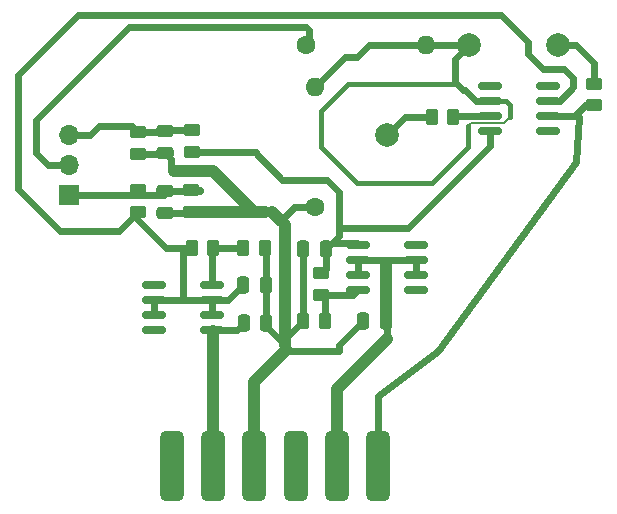
<source format=gbr>
%TF.GenerationSoftware,KiCad,Pcbnew,(6.0.10)*%
%TF.CreationDate,2023-03-17T15:41:06+01:00*%
%TF.ProjectId,616_buffer,3631365f-6275-4666-9665-722e6b696361,rev?*%
%TF.SameCoordinates,Original*%
%TF.FileFunction,Copper,L1,Top*%
%TF.FilePolarity,Positive*%
%FSLAX46Y46*%
G04 Gerber Fmt 4.6, Leading zero omitted, Abs format (unit mm)*
G04 Created by KiCad (PCBNEW (6.0.10)) date 2023-03-17 15:41:06*
%MOMM*%
%LPD*%
G01*
G04 APERTURE LIST*
G04 Aperture macros list*
%AMRoundRect*
0 Rectangle with rounded corners*
0 $1 Rounding radius*
0 $2 $3 $4 $5 $6 $7 $8 $9 X,Y pos of 4 corners*
0 Add a 4 corners polygon primitive as box body*
4,1,4,$2,$3,$4,$5,$6,$7,$8,$9,$2,$3,0*
0 Add four circle primitives for the rounded corners*
1,1,$1+$1,$2,$3*
1,1,$1+$1,$4,$5*
1,1,$1+$1,$6,$7*
1,1,$1+$1,$8,$9*
0 Add four rect primitives between the rounded corners*
20,1,$1+$1,$2,$3,$4,$5,0*
20,1,$1+$1,$4,$5,$6,$7,0*
20,1,$1+$1,$6,$7,$8,$9,0*
20,1,$1+$1,$8,$9,$2,$3,0*%
G04 Aperture macros list end*
%TA.AperFunction,SMDPad,CuDef*%
%ADD10C,2.000000*%
%TD*%
%TA.AperFunction,ComponentPad*%
%ADD11C,1.600000*%
%TD*%
%TA.AperFunction,ComponentPad*%
%ADD12O,1.600000X1.600000*%
%TD*%
%TA.AperFunction,SMDPad,CuDef*%
%ADD13RoundRect,0.250000X0.250000X0.475000X-0.250000X0.475000X-0.250000X-0.475000X0.250000X-0.475000X0*%
%TD*%
%TA.AperFunction,SMDPad,CuDef*%
%ADD14RoundRect,0.250000X-0.450000X0.262500X-0.450000X-0.262500X0.450000X-0.262500X0.450000X0.262500X0*%
%TD*%
%TA.AperFunction,SMDPad,CuDef*%
%ADD15RoundRect,0.250000X-0.475000X0.250000X-0.475000X-0.250000X0.475000X-0.250000X0.475000X0.250000X0*%
%TD*%
%TA.AperFunction,SMDPad,CuDef*%
%ADD16RoundRect,0.250000X0.450000X-0.262500X0.450000X0.262500X-0.450000X0.262500X-0.450000X-0.262500X0*%
%TD*%
%TA.AperFunction,SMDPad,CuDef*%
%ADD17RoundRect,0.150000X-0.825000X-0.150000X0.825000X-0.150000X0.825000X0.150000X-0.825000X0.150000X0*%
%TD*%
%TA.AperFunction,SMDPad,CuDef*%
%ADD18RoundRect,0.250000X0.475000X-0.250000X0.475000X0.250000X-0.475000X0.250000X-0.475000X-0.250000X0*%
%TD*%
%TA.AperFunction,SMDPad,CuDef*%
%ADD19RoundRect,0.250000X0.262500X0.450000X-0.262500X0.450000X-0.262500X-0.450000X0.262500X-0.450000X0*%
%TD*%
%TA.AperFunction,SMDPad,CuDef*%
%ADD20RoundRect,0.250000X-0.262500X-0.450000X0.262500X-0.450000X0.262500X0.450000X-0.262500X0.450000X0*%
%TD*%
%TA.AperFunction,SMDPad,CuDef*%
%ADD21RoundRect,0.500000X0.500000X2.500000X-0.500000X2.500000X-0.500000X-2.500000X0.500000X-2.500000X0*%
%TD*%
%TA.AperFunction,ComponentPad*%
%ADD22R,1.700000X1.700000*%
%TD*%
%TA.AperFunction,ComponentPad*%
%ADD23O,1.700000X1.700000*%
%TD*%
%TA.AperFunction,SMDPad,CuDef*%
%ADD24RoundRect,0.150000X0.825000X0.150000X-0.825000X0.150000X-0.825000X-0.150000X0.825000X-0.150000X0*%
%TD*%
%TA.AperFunction,ComponentPad*%
%ADD25C,2.000000*%
%TD*%
%TA.AperFunction,Conductor*%
%ADD26C,0.600000*%
%TD*%
%TA.AperFunction,Conductor*%
%ADD27C,1.000000*%
%TD*%
%TA.AperFunction,Conductor*%
%ADD28C,0.400000*%
%TD*%
%TA.AperFunction,Conductor*%
%ADD29C,0.200000*%
%TD*%
G04 APERTURE END LIST*
D10*
%TO.P,J3,1,Pin_1*%
%TO.N,Net-(J3-Pad1)*%
X141732000Y-116840000D03*
%TD*%
D11*
%TO.P,R3,1*%
%TO.N,Net-(J1-Pad2)*%
X134874000Y-109220000D03*
D12*
%TO.P,R3,2*%
%TO.N,Net-(C5-Pad2)*%
X145034000Y-109220000D03*
%TD*%
D13*
%TO.P,C2,1*%
%TO.N,Net-(C2-Pad1)*%
X141600000Y-132588000D03*
%TO.P,C2,2*%
%TO.N,/C*%
X139700000Y-132588000D03*
%TD*%
D14*
%TO.P,R1,1*%
%TO.N,Net-(C6-Pad2)*%
X120650000Y-121515500D03*
%TO.P,R1,2*%
%TO.N,Net-(C3-Pad2)*%
X120650000Y-123340500D03*
%TD*%
D15*
%TO.P,C7,1*%
%TO.N,Net-(C7-Pad1)*%
X122936000Y-116464000D03*
%TO.P,C7,2*%
%TO.N,/C*%
X122936000Y-118364000D03*
%TD*%
D16*
%TO.P,R6,1*%
%TO.N,Net-(J2-Pad1)*%
X159258000Y-114300000D03*
%TO.P,R6,2*%
%TO.N,Net-(C5-Pad1)*%
X159258000Y-112475000D03*
%TD*%
D11*
%TO.P,R5,1*%
%TO.N,/C*%
X135636000Y-122936000D03*
D12*
%TO.P,R5,2*%
%TO.N,Net-(C5-Pad2)*%
X135636000Y-112776000D03*
%TD*%
D14*
%TO.P,R12,1*%
%TO.N,Net-(C7-Pad1)*%
X120650000Y-116586000D03*
%TO.P,R12,2*%
%TO.N,/C*%
X120650000Y-118411000D03*
%TD*%
D17*
%TO.P,U3,1,BAL*%
%TO.N,unconnected-(U3-Pad1)*%
X150433000Y-112649000D03*
%TO.P,U3,2,-*%
%TO.N,Net-(C5-Pad2)*%
X150433000Y-113919000D03*
%TO.P,U3,3,+*%
%TO.N,Net-(R4-Pad2)*%
X150433000Y-115189000D03*
%TO.P,U3,4,V-*%
%TO.N,Net-(C4-Pad1)*%
X150433000Y-116459000D03*
%TO.P,U3,5,COMP*%
%TO.N,unconnected-(U3-Pad5)*%
X155383000Y-116459000D03*
%TO.P,U3,6*%
%TO.N,Net-(J2-Pad1)*%
X155383000Y-115189000D03*
%TO.P,U3,7,V+*%
%TO.N,Net-(C3-Pad2)*%
X155383000Y-113919000D03*
%TO.P,U3,8,C/B*%
%TO.N,unconnected-(U3-Pad8)*%
X155383000Y-112649000D03*
%TD*%
D14*
%TO.P,R10,1*%
%TO.N,Net-(C4-Pad1)*%
X136144000Y-128524000D03*
%TO.P,R10,2*%
%TO.N,Net-(R10-Pad2)*%
X136144000Y-130349000D03*
%TD*%
D18*
%TO.P,C6,1*%
%TO.N,/C*%
X122936000Y-123444000D03*
%TO.P,C6,2*%
%TO.N,Net-(C6-Pad2)*%
X122936000Y-121544000D03*
%TD*%
D19*
%TO.P,R8,1*%
%TO.N,/C*%
X131365000Y-126365000D03*
%TO.P,R8,2*%
%TO.N,Net-(R7-Pad1)*%
X129540000Y-126365000D03*
%TD*%
%TO.P,R7,1*%
%TO.N,Net-(R7-Pad1)*%
X127000000Y-126365000D03*
%TO.P,R7,2*%
%TO.N,Net-(C3-Pad2)*%
X125175000Y-126365000D03*
%TD*%
D20*
%TO.P,R4,1*%
%TO.N,Net-(J3-Pad1)*%
X145495000Y-115316000D03*
%TO.P,R4,2*%
%TO.N,Net-(R4-Pad2)*%
X147320000Y-115316000D03*
%TD*%
D13*
%TO.P,C3,1*%
%TO.N,/C*%
X131445000Y-129540000D03*
%TO.P,C3,2*%
%TO.N,Net-(C3-Pad2)*%
X129545000Y-129540000D03*
%TD*%
%TO.P,C1,1*%
%TO.N,/C*%
X131491252Y-132753748D03*
%TO.P,C1,2*%
%TO.N,Net-(C1-Pad2)*%
X129591252Y-132753748D03*
%TD*%
D21*
%TO.P,J2,1,Pin_1*%
%TO.N,Net-(J2-Pad1)*%
X140980000Y-144880000D03*
%TO.P,J2,2,Pin_2*%
%TO.N,Net-(C2-Pad1)*%
X137480000Y-144880000D03*
%TO.P,J2,3,Pin_3*%
%TO.N,unconnected-(J2-Pad3)*%
X133980000Y-144880000D03*
%TO.P,J2,4,Pin_4*%
%TO.N,/C*%
X130480000Y-144880000D03*
%TO.P,J2,5,Pin_5*%
%TO.N,Net-(C1-Pad2)*%
X126980000Y-144880000D03*
%TO.P,J2,6,Pin_6*%
%TO.N,unconnected-(J2-Pad6)*%
X123480000Y-144880000D03*
%TD*%
D16*
%TO.P,R2,1*%
%TO.N,Net-(C4-Pad1)*%
X125222000Y-118260500D03*
%TO.P,R2,2*%
%TO.N,Net-(C7-Pad1)*%
X125222000Y-116435500D03*
%TD*%
D17*
%TO.P,U2,1,VO*%
%TO.N,Net-(C4-Pad1)*%
X139257000Y-126111000D03*
%TO.P,U2,2,VI*%
%TO.N,Net-(C2-Pad1)*%
X139257000Y-127381000D03*
%TO.P,U2,3,VI*%
X139257000Y-128651000D03*
%TO.P,U2,4,ADJ*%
%TO.N,Net-(R10-Pad2)*%
X139257000Y-129921000D03*
%TO.P,U2,5,NC*%
%TO.N,unconnected-(U2-Pad5)*%
X144207000Y-129921000D03*
%TO.P,U2,6,VI*%
%TO.N,Net-(C2-Pad1)*%
X144207000Y-128651000D03*
%TO.P,U2,7,VI*%
X144207000Y-127381000D03*
%TO.P,U2,8,NC*%
%TO.N,unconnected-(U2-Pad8)*%
X144207000Y-126111000D03*
%TD*%
D22*
%TO.P,J1,1,Pin_1*%
%TO.N,Net-(C6-Pad2)*%
X114808000Y-121920000D03*
D23*
%TO.P,J1,2,Pin_2*%
%TO.N,Net-(J1-Pad2)*%
X114808000Y-119380000D03*
%TO.P,J1,3,Pin_3*%
%TO.N,Net-(C7-Pad1)*%
X114808000Y-116840000D03*
%TD*%
D16*
%TO.P,R11,1*%
%TO.N,/C*%
X125105000Y-123340500D03*
%TO.P,R11,2*%
%TO.N,Net-(C6-Pad2)*%
X125105000Y-121515500D03*
%TD*%
D19*
%TO.P,R9,1*%
%TO.N,Net-(R10-Pad2)*%
X136445000Y-132588000D03*
%TO.P,R9,2*%
%TO.N,/C*%
X134620000Y-132588000D03*
%TD*%
D24*
%TO.P,U1,1,VI*%
%TO.N,Net-(C1-Pad2)*%
X126935000Y-133350000D03*
%TO.P,U1,2,VO*%
%TO.N,Net-(C3-Pad2)*%
X126935000Y-132080000D03*
%TO.P,U1,3,VO*%
X126935000Y-130810000D03*
%TO.P,U1,4,ADJ*%
%TO.N,Net-(R7-Pad1)*%
X126935000Y-129540000D03*
%TO.P,U1,5,NC*%
%TO.N,unconnected-(U1-Pad5)*%
X121985000Y-129540000D03*
%TO.P,U1,6,VO*%
%TO.N,Net-(C3-Pad2)*%
X121985000Y-130810000D03*
%TO.P,U1,7,VO*%
X121985000Y-132080000D03*
%TO.P,U1,8,NC*%
%TO.N,unconnected-(U1-Pad8)*%
X121985000Y-133350000D03*
%TD*%
D13*
%TO.P,C4,1*%
%TO.N,Net-(C4-Pad1)*%
X136520000Y-126492000D03*
%TO.P,C4,2*%
%TO.N,/C*%
X134620000Y-126492000D03*
%TD*%
D25*
%TO.P,C5,1*%
%TO.N,Net-(C5-Pad1)*%
X156150000Y-109220000D03*
%TO.P,C5,2*%
%TO.N,Net-(C5-Pad2)*%
X148650000Y-109220000D03*
%TD*%
D26*
%TO.N,Net-(J2-Pad1)*%
X140970000Y-138938000D02*
X140980000Y-144880000D01*
X157988000Y-115316000D02*
X157734000Y-119126000D01*
X157734000Y-119126000D02*
X146050000Y-135128000D01*
X157861000Y-115189000D02*
X157988000Y-115316000D01*
X146050000Y-135128000D02*
X140970000Y-138938000D01*
X155383000Y-115189000D02*
X157861000Y-115189000D01*
%TO.N,/C*%
X131491252Y-132753748D02*
X131491252Y-133015252D01*
D27*
X123698000Y-119888000D02*
X127000000Y-119888000D01*
D26*
X133096000Y-124460000D02*
X132715000Y-124079000D01*
X120650000Y-118411000D02*
X122889000Y-118411000D01*
X133096000Y-134112000D02*
X133096000Y-134620000D01*
X131491252Y-133015252D02*
X133096000Y-134620000D01*
X131445000Y-126445000D02*
X131365000Y-126365000D01*
D27*
X127000000Y-119888000D02*
X130452500Y-123340500D01*
D26*
X131491252Y-132753748D02*
X131491252Y-129586252D01*
X137668000Y-135128000D02*
X133604000Y-135128000D01*
X125763500Y-123444000D02*
X125867000Y-123340500D01*
X134620000Y-132588000D02*
X133096000Y-134112000D01*
X122936000Y-118364000D02*
X123444000Y-118872000D01*
D27*
X125867000Y-123340500D02*
X131421500Y-123340500D01*
D26*
X123210000Y-123444000D02*
X125763500Y-123444000D01*
X133096000Y-135128000D02*
X133096000Y-134620000D01*
X122889000Y-118411000D02*
X122936000Y-118364000D01*
X130452500Y-123340500D02*
X131421500Y-123340500D01*
X134620000Y-129540000D02*
X134620000Y-126492000D01*
X131421500Y-123340500D02*
X131976500Y-123340500D01*
X137668000Y-134620000D02*
X137668000Y-135128000D01*
D27*
X133096000Y-134620000D02*
X133096000Y-124460000D01*
X130480000Y-137744000D02*
X133096000Y-135128000D01*
D26*
X133604000Y-135128000D02*
X133096000Y-134620000D01*
X123444000Y-118872000D02*
X123444000Y-119634000D01*
X133858000Y-122936000D02*
X132715000Y-124079000D01*
X135636000Y-122936000D02*
X133858000Y-122936000D01*
X134620000Y-132588000D02*
X134620000Y-129540000D01*
X131491252Y-129586252D02*
X131445000Y-129540000D01*
X123444000Y-119634000D02*
X123698000Y-119888000D01*
X131445000Y-129540000D02*
X131445000Y-126445000D01*
D27*
X130480000Y-144880000D02*
X130480000Y-137744000D01*
X132715000Y-124079000D02*
X131976500Y-123340500D01*
D26*
X139700000Y-132588000D02*
X137668000Y-134620000D01*
D27*
%TO.N,Net-(C1-Pad2)*%
X126980000Y-144880000D02*
X126980000Y-133395000D01*
D26*
X126980000Y-133395000D02*
X126935000Y-133350000D01*
X128995000Y-133350000D02*
X129591252Y-132753748D01*
X126935000Y-133350000D02*
X128995000Y-133350000D01*
D27*
%TO.N,Net-(C2-Pad1)*%
X137480000Y-138364000D02*
X141732000Y-134112000D01*
D26*
X141732000Y-132720000D02*
X141600000Y-132588000D01*
X144207000Y-127381000D02*
X144207000Y-128651000D01*
X141351000Y-127381000D02*
X144207000Y-127381000D01*
X141732000Y-134112000D02*
X141732000Y-132720000D01*
X139257000Y-127381000D02*
X141351000Y-127381000D01*
D27*
X141600000Y-132588000D02*
X141600000Y-127630000D01*
D26*
X141600000Y-127630000D02*
X141351000Y-127381000D01*
D27*
X137480000Y-144880000D02*
X137480000Y-138364000D01*
D26*
X139257000Y-128651000D02*
X139257000Y-127381000D01*
%TO.N,Net-(C3-Pad2)*%
X156718000Y-111252000D02*
X157480000Y-112014000D01*
X128275000Y-130810000D02*
X129545000Y-129540000D01*
X154940000Y-111252000D02*
X156718000Y-111252000D01*
X115570000Y-106680000D02*
X151384000Y-106680000D01*
X110490000Y-121412000D02*
X114046000Y-124968000D01*
X126935000Y-130810000D02*
X126935000Y-132080000D01*
X114046000Y-124968000D02*
X119022500Y-124968000D01*
X151384000Y-106680000D02*
X153670000Y-108966000D01*
X123016000Y-126365000D02*
X120396000Y-123745000D01*
X125175000Y-126365000D02*
X124587000Y-126365000D01*
X121985000Y-132080000D02*
X121985000Y-130810000D01*
X125175000Y-126365000D02*
X123016000Y-126365000D01*
X119022500Y-124968000D02*
X120650000Y-123340500D01*
X153670000Y-108966000D02*
X153670000Y-109982000D01*
X156337000Y-113919000D02*
X157480000Y-112776000D01*
X126935000Y-130810000D02*
X128275000Y-130810000D01*
X153670000Y-109982000D02*
X154940000Y-111252000D01*
X110490000Y-111760000D02*
X110490000Y-121412000D01*
X124587000Y-126365000D02*
X124460000Y-126492000D01*
X121985000Y-130810000D02*
X126935000Y-130810000D01*
X110490000Y-111760000D02*
X115570000Y-106680000D01*
X155383000Y-113919000D02*
X156337000Y-113919000D01*
X157480000Y-112776000D02*
X157480000Y-112014000D01*
X124460000Y-126492000D02*
X124460000Y-130556000D01*
%TO.N,Net-(C4-Pad1)*%
X150433000Y-117791000D02*
X143510000Y-124714000D01*
X136652000Y-120650000D02*
X137668000Y-121666000D01*
X132842000Y-120650000D02*
X136652000Y-120650000D01*
X137028000Y-125984000D02*
X139130000Y-125984000D01*
X137668000Y-121666000D02*
X137668000Y-124714000D01*
X137668000Y-124714000D02*
X137668000Y-125344000D01*
X150433000Y-116459000D02*
X150433000Y-117791000D01*
X130584500Y-118260500D02*
X130584500Y-118392500D01*
X125222000Y-118260500D02*
X130584500Y-118260500D01*
X130584500Y-118392500D02*
X132842000Y-120650000D01*
X143510000Y-124714000D02*
X137668000Y-124714000D01*
X136520000Y-126492000D02*
X137028000Y-125984000D01*
X136520000Y-126492000D02*
X136520000Y-128148000D01*
X139130000Y-125984000D02*
X139257000Y-126111000D01*
X137668000Y-125344000D02*
X136520000Y-126492000D01*
X136520000Y-128148000D02*
X136144000Y-128524000D01*
%TO.N,Net-(C5-Pad1)*%
X159258000Y-110744000D02*
X157734000Y-109220000D01*
X159258000Y-112475000D02*
X159258000Y-110744000D01*
X157734000Y-109220000D02*
X156150000Y-109220000D01*
D28*
%TO.N,Net-(C5-Pad2)*%
X151765000Y-113919000D02*
X152146000Y-114300000D01*
D26*
X147477000Y-110393000D02*
X148650000Y-109220000D01*
D28*
X152146000Y-114300000D02*
X152146000Y-115316000D01*
D29*
X148844000Y-115824000D02*
X148590000Y-116078000D01*
D26*
X147477000Y-112365000D02*
X147477000Y-110393000D01*
D28*
X148590000Y-116078000D02*
X148590000Y-117856000D01*
X136144000Y-114808000D02*
X138430000Y-112522000D01*
D26*
X149225000Y-113919000D02*
X148336000Y-113030000D01*
D28*
X138430000Y-112522000D02*
X144526000Y-112522000D01*
X139192000Y-120904000D02*
X136144000Y-117856000D01*
D29*
X147477000Y-112365000D02*
X147320000Y-112522000D01*
D26*
X148336000Y-113030000D02*
X148142000Y-113030000D01*
X140208000Y-109220000D02*
X145034000Y-109220000D01*
X148142000Y-113030000D02*
X147477000Y-112365000D01*
D29*
X152146000Y-115316000D02*
X151638000Y-115824000D01*
D26*
X150433000Y-113919000D02*
X149225000Y-113919000D01*
D28*
X148590000Y-117856000D02*
X145542000Y-120904000D01*
X150433000Y-113919000D02*
X151765000Y-113919000D01*
D26*
X135636000Y-112776000D02*
X138176000Y-110236000D01*
D28*
X136144000Y-117856000D02*
X136144000Y-114808000D01*
D26*
X145034000Y-109220000D02*
X148650000Y-109220000D01*
D29*
X151638000Y-115824000D02*
X148844000Y-115824000D01*
D28*
X145542000Y-120904000D02*
X139192000Y-120904000D01*
D26*
X139192000Y-110236000D02*
X140208000Y-109220000D01*
X138176000Y-110236000D02*
X139192000Y-110236000D01*
D28*
X147320000Y-112522000D02*
X144780000Y-112522000D01*
D26*
%TO.N,Net-(C6-Pad2)*%
X120396000Y-121920000D02*
X122834000Y-121920000D01*
X114808000Y-121920000D02*
X120396000Y-121920000D01*
X123210000Y-121544000D02*
X125838500Y-121544000D01*
X125838500Y-121544000D02*
X125867000Y-121515500D01*
X122834000Y-121920000D02*
X123210000Y-121544000D01*
%TO.N,Net-(C7-Pad1)*%
X117348000Y-116078000D02*
X120142000Y-116078000D01*
X122814000Y-116586000D02*
X122936000Y-116464000D01*
X122964500Y-116435500D02*
X122936000Y-116464000D01*
X120650000Y-116586000D02*
X122814000Y-116586000D01*
X120142000Y-116078000D02*
X120650000Y-116586000D01*
X114808000Y-116840000D02*
X116586000Y-116840000D01*
X125222000Y-116435500D02*
X122964500Y-116435500D01*
X116586000Y-116840000D02*
X117348000Y-116078000D01*
%TO.N,Net-(J1-Pad2)*%
X135128000Y-108966000D02*
X134874000Y-109220000D01*
X119888000Y-107696000D02*
X134874000Y-107696000D01*
X112014000Y-115570000D02*
X119888000Y-107696000D01*
X114808000Y-119380000D02*
X113030000Y-119380000D01*
X135128000Y-107950000D02*
X135128000Y-108966000D01*
X112014000Y-118364000D02*
X112014000Y-115570000D01*
X134874000Y-107696000D02*
X135128000Y-107950000D01*
X113030000Y-119380000D02*
X112014000Y-118364000D01*
%TO.N,Net-(J2-Pad1)*%
X158496000Y-114300000D02*
X157607000Y-115189000D01*
X157607000Y-115189000D02*
X155383000Y-115189000D01*
%TO.N,Net-(J3-Pad1)*%
X145495000Y-115316000D02*
X143256000Y-115316000D01*
X143256000Y-115316000D02*
X141732000Y-116840000D01*
%TO.N,Net-(R4-Pad2)*%
X150433000Y-115189000D02*
X147447000Y-115189000D01*
X147447000Y-115189000D02*
X147320000Y-115316000D01*
%TO.N,Net-(R7-Pad1)*%
X126935000Y-126430000D02*
X127000000Y-126365000D01*
X126935000Y-129540000D02*
X126935000Y-126430000D01*
X127000000Y-126365000D02*
X129540000Y-126365000D01*
%TO.N,Net-(R10-Pad2)*%
X138829000Y-130349000D02*
X139257000Y-129921000D01*
X136445000Y-130650000D02*
X136144000Y-130349000D01*
X136144000Y-130349000D02*
X138829000Y-130349000D01*
X136445000Y-132588000D02*
X136445000Y-130650000D01*
%TD*%
M02*

</source>
